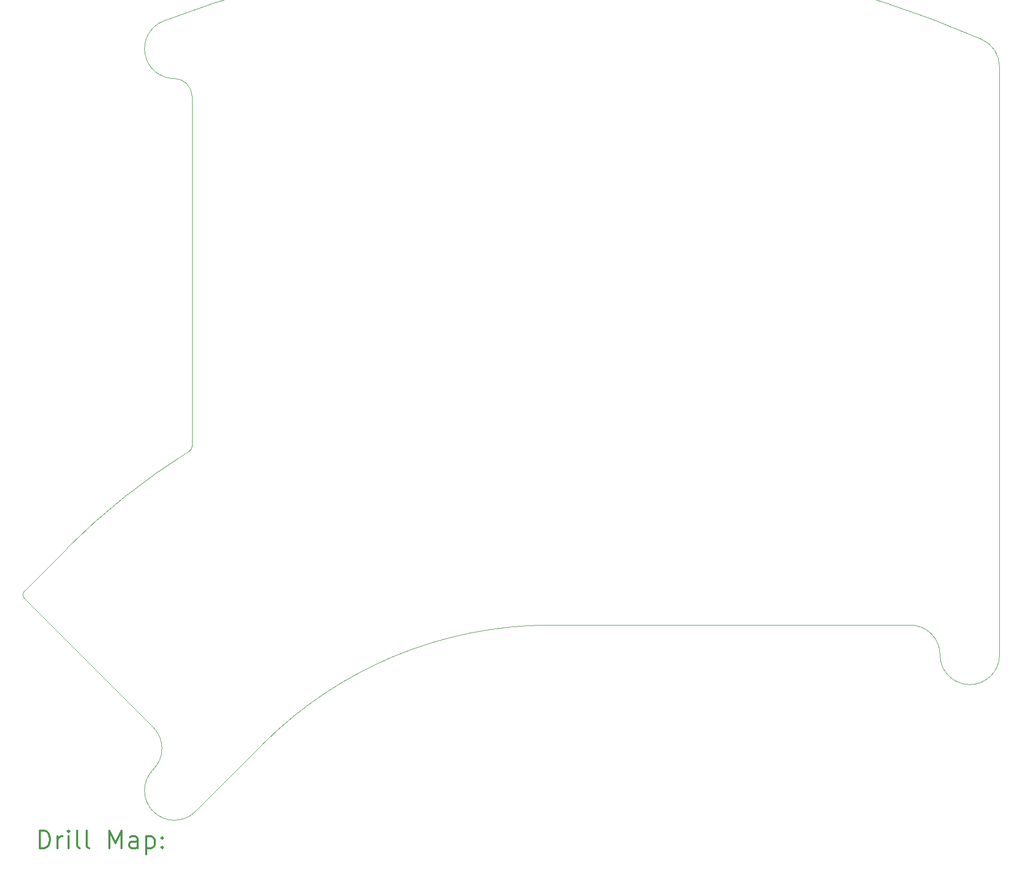
<source format=gbr>
%FSLAX45Y45*%
G04 Gerber Fmt 4.5, Leading zero omitted, Abs format (unit mm)*
G04 Created by KiCad (PCBNEW 5.1.12-84ad8e8a86~92~ubuntu20.04.1) date 2021-11-16 23:53:48*
%MOMM*%
%LPD*%
G01*
G04 APERTURE LIST*
%TA.AperFunction,Profile*%
%ADD10C,0.120000*%
%TD*%
%TA.AperFunction,Profile*%
%ADD11C,0.100000*%
%TD*%
%ADD12C,0.200000*%
%ADD13C,0.300000*%
G04 APERTURE END LIST*
D10*
X7352485Y-12734402D02*
G75*
G02*
X7352485Y-12592980I70711J70711D01*
G01*
D11*
X9510337Y-14892253D02*
G75*
G02*
X9510337Y-15599360I-353553J-353553D01*
G01*
X10217443Y-16306467D02*
G75*
G02*
X9510337Y-15599360I-353553J353553D01*
G01*
X9864130Y-3993217D02*
G75*
G02*
X10161490Y-4290577I0J-297360D01*
G01*
X9864130Y-3993217D02*
G75*
G02*
X9685297Y-3026200I-240J500000D01*
G01*
X22222038Y-13174000D02*
G75*
G02*
X22722038Y-13674000I0J-500000D01*
G01*
X23722038Y-13674000D02*
G75*
G02*
X22722038Y-13674000I-500000J0D01*
G01*
X10161490Y-10169693D02*
G75*
G02*
X10114309Y-10254577I-100000J29D01*
G01*
X10161490Y-4290577D02*
X10161490Y-10169693D01*
X23421413Y-3334354D02*
G75*
G02*
X23722038Y-3792884I-199375J-458530D01*
G01*
X9685297Y-3026200D02*
G75*
G02*
X23421413Y-3334354I6490741J-16973160D01*
G01*
X8061271Y-11884194D02*
G75*
G02*
X10114309Y-10254577I8114767J-8115166D01*
G01*
X7352485Y-12592980D02*
X8061271Y-11884194D01*
X9510337Y-14892253D02*
X7352485Y-12734402D01*
X11350034Y-15173356D02*
X10217443Y-16306467D01*
X11350034Y-15173356D02*
G75*
G02*
X16176038Y-13174360I4826004J-4826004D01*
G01*
X16176038Y-13174360D02*
X22222038Y-13174000D01*
X23722038Y-3792884D02*
X23722038Y-13674000D01*
D12*
D13*
X7603624Y-16923628D02*
X7603624Y-16623628D01*
X7675052Y-16623628D01*
X7717910Y-16637914D01*
X7746481Y-16666485D01*
X7760767Y-16695057D01*
X7775052Y-16752199D01*
X7775052Y-16795057D01*
X7760767Y-16852200D01*
X7746481Y-16880771D01*
X7717910Y-16909342D01*
X7675052Y-16923628D01*
X7603624Y-16923628D01*
X7903624Y-16923628D02*
X7903624Y-16723628D01*
X7903624Y-16780771D02*
X7917910Y-16752199D01*
X7932195Y-16737914D01*
X7960767Y-16723628D01*
X7989338Y-16723628D01*
X8089338Y-16923628D02*
X8089338Y-16723628D01*
X8089338Y-16623628D02*
X8075052Y-16637914D01*
X8089338Y-16652199D01*
X8103624Y-16637914D01*
X8089338Y-16623628D01*
X8089338Y-16652199D01*
X8275052Y-16923628D02*
X8246481Y-16909342D01*
X8232195Y-16880771D01*
X8232195Y-16623628D01*
X8432195Y-16923628D02*
X8403624Y-16909342D01*
X8389338Y-16880771D01*
X8389338Y-16623628D01*
X8775053Y-16923628D02*
X8775053Y-16623628D01*
X8875053Y-16837914D01*
X8975053Y-16623628D01*
X8975053Y-16923628D01*
X9246481Y-16923628D02*
X9246481Y-16766485D01*
X9232195Y-16737914D01*
X9203624Y-16723628D01*
X9146481Y-16723628D01*
X9117910Y-16737914D01*
X9246481Y-16909342D02*
X9217910Y-16923628D01*
X9146481Y-16923628D01*
X9117910Y-16909342D01*
X9103624Y-16880771D01*
X9103624Y-16852200D01*
X9117910Y-16823628D01*
X9146481Y-16809342D01*
X9217910Y-16809342D01*
X9246481Y-16795057D01*
X9389338Y-16723628D02*
X9389338Y-17023628D01*
X9389338Y-16737914D02*
X9417910Y-16723628D01*
X9475053Y-16723628D01*
X9503624Y-16737914D01*
X9517910Y-16752199D01*
X9532195Y-16780771D01*
X9532195Y-16866485D01*
X9517910Y-16895057D01*
X9503624Y-16909342D01*
X9475053Y-16923628D01*
X9417910Y-16923628D01*
X9389338Y-16909342D01*
X9660767Y-16895057D02*
X9675053Y-16909342D01*
X9660767Y-16923628D01*
X9646481Y-16909342D01*
X9660767Y-16895057D01*
X9660767Y-16923628D01*
X9660767Y-16737914D02*
X9675053Y-16752199D01*
X9660767Y-16766485D01*
X9646481Y-16752199D01*
X9660767Y-16737914D01*
X9660767Y-16766485D01*
M02*

</source>
